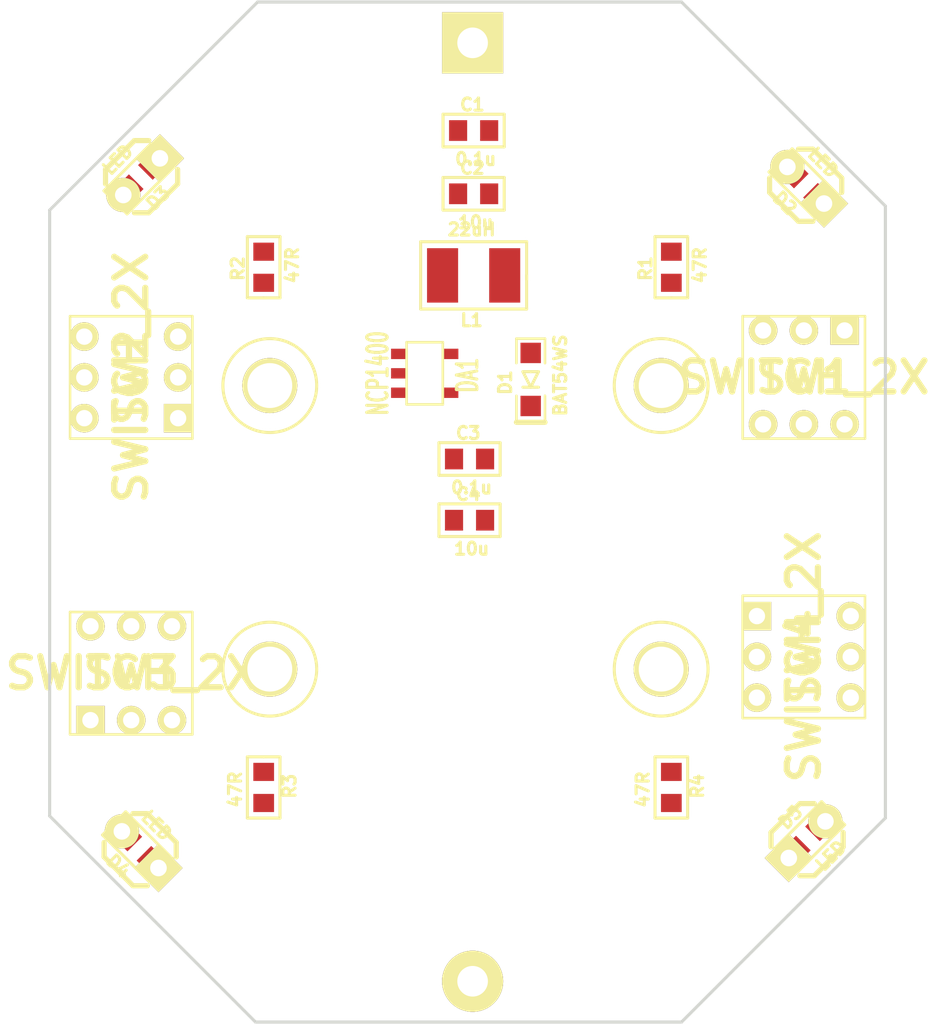
<source format=kicad_pcb>
(kicad_pcb (version 3) (host pcbnew "(2013-03-19 BZR 4004)-stable")

  (general
    (links 49)
    (no_connects 41)
    (area 129.924999 98.924999 180.085001 149.065001)
    (thickness 1.6)
    (drawings 13)
    (tracks 0)
    (zones 0)
    (modules 29)
    (nets 14)
  )

  (page A3)
  (layers
    (15 F.Cu signal)
    (0 B.Cu signal)
    (16 B.Adhes user)
    (17 F.Adhes user)
    (18 B.Paste user)
    (19 F.Paste user)
    (20 B.SilkS user)
    (21 F.SilkS user)
    (22 B.Mask user)
    (23 F.Mask user)
    (24 Dwgs.User user)
    (25 Cmts.User user)
    (26 Eco1.User user)
    (27 Eco2.User user)
    (28 Edge.Cuts user)
  )

  (setup
    (last_trace_width 0.254)
    (trace_clearance 0.254)
    (zone_clearance 0.508)
    (zone_45_only no)
    (trace_min 0.254)
    (segment_width 0.15)
    (edge_width 0.15)
    (via_size 0.889)
    (via_drill 0.635)
    (via_min_size 0.889)
    (via_min_drill 0.508)
    (uvia_size 0.508)
    (uvia_drill 0.127)
    (uvias_allowed no)
    (uvia_min_size 0.508)
    (uvia_min_drill 0.127)
    (pcb_text_width 0.3)
    (pcb_text_size 1 1)
    (mod_edge_width 0.15)
    (mod_text_size 1 1)
    (mod_text_width 0.15)
    (pad_size 1 1)
    (pad_drill 0.6)
    (pad_to_mask_clearance 0)
    (aux_axis_origin 0 0)
    (visible_elements 7FFFFBFF)
    (pcbplotparams
      (layerselection 3178497)
      (usegerberextensions true)
      (excludeedgelayer true)
      (linewidth 152400)
      (plotframeref false)
      (viasonmask false)
      (mode 1)
      (useauxorigin false)
      (hpglpennumber 1)
      (hpglpenspeed 20)
      (hpglpendiameter 15)
      (hpglpenoverlay 2)
      (psnegative false)
      (psa4output false)
      (plotreference true)
      (plotvalue true)
      (plotothertext true)
      (plotinvisibletext false)
      (padsonsilk false)
      (subtractmaskfromsilk false)
      (outputformat 1)
      (mirror false)
      (drillshape 1)
      (scaleselection 1)
      (outputdirectory ""))
  )

  (net 0 "")
  (net 1 +3.3V)
  (net 2 +BATT)
  (net 3 /Lout)
  (net 4 /PWR_IN)
  (net 5 GND)
  (net 6 N-000001)
  (net 7 N-0000010)
  (net 8 N-0000011)
  (net 9 N-0000012)
  (net 10 N-0000016)
  (net 11 N-0000017)
  (net 12 N-0000018)
  (net 13 N-000002)

  (net_class Default "This is the default net class."
    (clearance 0.254)
    (trace_width 0.254)
    (via_dia 0.889)
    (via_drill 0.635)
    (uvia_dia 0.508)
    (uvia_drill 0.127)
    (add_net "")
    (add_net +3.3V)
    (add_net +BATT)
    (add_net /Lout)
    (add_net /PWR_IN)
    (add_net GND)
    (add_net N-000001)
    (add_net N-0000010)
    (add_net N-0000011)
    (add_net N-0000012)
    (add_net N-0000016)
    (add_net N-0000017)
    (add_net N-0000018)
    (add_net N-000002)
  )

  (module SOT23-5 (layer F.Cu) (tedit 4FFB44DF) (tstamp 519C9817)
    (at 152.9 117.2 270)
    (descr SOT23-5)
    (path /5102E878)
    (attr smd)
    (fp_text reference DA1 (at 0.09906 -2.10058 270) (layer F.SilkS)
      (effects (font (size 1.00076 0.59944) (thickness 0.14986)))
    )
    (fp_text value NCP1400 (at 0 2.30124 270) (layer F.SilkS)
      (effects (font (size 1.00076 0.59944) (thickness 0.14986)))
    )
    (fp_line (start 1.524 -0.889) (end 1.524 0.889) (layer F.SilkS) (width 0.127))
    (fp_line (start 1.524 0.889) (end -1.524 0.889) (layer F.SilkS) (width 0.127))
    (fp_line (start -1.524 0.889) (end -1.524 -0.889) (layer F.SilkS) (width 0.127))
    (fp_line (start -1.524 -0.889) (end 1.524 -0.889) (layer F.SilkS) (width 0.127))
    (pad 1 smd rect (at -0.9525 1.27 270) (size 0.508 0.762)
      (layers F.Cu F.Paste F.Mask)
      (net 1 +3.3V)
    )
    (pad 3 smd rect (at 0.9525 1.27 270) (size 0.508 0.762)
      (layers F.Cu F.Paste F.Mask)
    )
    (pad 5 smd rect (at -0.9525 -1.27 270) (size 0.508 0.762)
      (layers F.Cu F.Paste F.Mask)
      (net 3 /Lout)
    )
    (pad 2 smd rect (at 0 1.27 270) (size 0.508 0.762)
      (layers F.Cu F.Paste F.Mask)
      (net 1 +3.3V)
    )
    (pad 4 smd rect (at 0.9525 -1.27 270) (size 0.508 0.762)
      (layers F.Cu F.Paste F.Mask)
      (net 5 GND)
    )
    (model 3d\sot23-5.wrl
      (at (xyz 0 0 0))
      (scale (xyz 1 1 1))
      (rotate (xyz 0 0 0))
    )
  )

  (module SIL1_SQUARE_1MM5 (layer F.Cu) (tedit 4EBAEFF5) (tstamp 519C981C)
    (at 155.25 101)
    (descr "Connecteurs 2 pins")
    (tags "CONN DEV")
    (path /4F2E5201)
    (fp_text reference XL1 (at 0 -1.778) (layer F.SilkS) hide
      (effects (font (size 0.14986 0.14986) (thickness 0.0381)))
    )
    (fp_text value CONN_1 (at 0 2.032) (layer F.SilkS) hide
      (effects (font (size 0.635 0.635) (thickness 0.16002)))
    )
    (pad 1 thru_hole rect (at 0 0) (size 2.99974 2.99974) (drill 1.501139)
      (layers *.Cu *.Mask F.SilkS)
      (net 2 +BATT)
    )
  )

  (module SIL1_ROUND_1MM5 (layer F.Cu) (tedit 4EBAEFCE) (tstamp 519C9821)
    (at 155.25 147)
    (descr "Connecteurs 2 pins")
    (tags "CONN DEV")
    (path /4F2E5204)
    (fp_text reference XL2 (at 0 -1.778) (layer F.SilkS) hide
      (effects (font (size 0.14986 0.14986) (thickness 0.0381)))
    )
    (fp_text value CONN_1 (at 0 2.032) (layer F.SilkS) hide
      (effects (font (size 0.635 0.635) (thickness 0.16002)))
    )
    (pad 1 thru_hole circle (at 0 0) (size 2.99974 2.99974) (drill 1.501139)
      (layers *.Cu *.Mask F.SilkS)
      (net 5 GND)
    )
  )

  (module RES_0603 (layer F.Cu) (tedit 518CEC2B) (tstamp 519C982C)
    (at 145 137.5 270)
    (path /514DFC00)
    (attr smd)
    (fp_text reference R3 (at -0.0635 -1.27 270) (layer F.SilkS)
      (effects (font (size 0.6 0.6) (thickness 0.15)))
    )
    (fp_text value 47R (at 0.09906 1.39954 270) (layer F.SilkS)
      (effects (font (size 0.6 0.6) (thickness 0.15)))
    )
    (fp_line (start -1.5 0) (end -1.5 -0.8) (layer F.SilkS) (width 0.15))
    (fp_line (start -1.5 -0.8) (end 1.5 -0.8) (layer F.SilkS) (width 0.15))
    (fp_line (start 1.5 -0.8) (end 1.5 0.8) (layer F.SilkS) (width 0.15))
    (fp_line (start 1.5 0.8) (end -1.5 0.8) (layer F.SilkS) (width 0.15))
    (fp_line (start -1.5 0.8) (end -1.5 0) (layer F.SilkS) (width 0.15))
    (pad 1 smd rect (at -0.762 0 270) (size 0.889 1.016)
      (layers F.Cu F.Paste F.Mask)
      (net 6 N-000001)
    )
    (pad 2 smd rect (at 0.762 0 270) (size 0.889 1.016)
      (layers F.Cu F.Paste F.Mask)
      (net 12 N-0000018)
    )
    (model 3d\r_0603.wrl
      (at (xyz 0 0 0))
      (scale (xyz 1 1 1))
      (rotate (xyz 0 0 0))
    )
  )

  (module RES_0603 (layer F.Cu) (tedit 518CEC2B) (tstamp 519C9837)
    (at 165 137.5 270)
    (path /514DFC0F)
    (attr smd)
    (fp_text reference R4 (at -0.0635 -1.27 270) (layer F.SilkS)
      (effects (font (size 0.6 0.6) (thickness 0.15)))
    )
    (fp_text value 47R (at 0.09906 1.39954 270) (layer F.SilkS)
      (effects (font (size 0.6 0.6) (thickness 0.15)))
    )
    (fp_line (start -1.5 0) (end -1.5 -0.8) (layer F.SilkS) (width 0.15))
    (fp_line (start -1.5 -0.8) (end 1.5 -0.8) (layer F.SilkS) (width 0.15))
    (fp_line (start 1.5 -0.8) (end 1.5 0.8) (layer F.SilkS) (width 0.15))
    (fp_line (start 1.5 0.8) (end -1.5 0.8) (layer F.SilkS) (width 0.15))
    (fp_line (start -1.5 0.8) (end -1.5 0) (layer F.SilkS) (width 0.15))
    (pad 1 smd rect (at -0.762 0 270) (size 0.889 1.016)
      (layers F.Cu F.Paste F.Mask)
      (net 7 N-0000010)
    )
    (pad 2 smd rect (at 0.762 0 270) (size 0.889 1.016)
      (layers F.Cu F.Paste F.Mask)
      (net 9 N-0000012)
    )
    (model 3d\r_0603.wrl
      (at (xyz 0 0 0))
      (scale (xyz 1 1 1))
      (rotate (xyz 0 0 0))
    )
  )

  (module RES_0603 (layer F.Cu) (tedit 518CEC2B) (tstamp 519C9842)
    (at 145 112 90)
    (path /514DFBF1)
    (attr smd)
    (fp_text reference R2 (at -0.0635 -1.27 90) (layer F.SilkS)
      (effects (font (size 0.6 0.6) (thickness 0.15)))
    )
    (fp_text value 47R (at 0.09906 1.39954 90) (layer F.SilkS)
      (effects (font (size 0.6 0.6) (thickness 0.15)))
    )
    (fp_line (start -1.5 0) (end -1.5 -0.8) (layer F.SilkS) (width 0.15))
    (fp_line (start -1.5 -0.8) (end 1.5 -0.8) (layer F.SilkS) (width 0.15))
    (fp_line (start 1.5 -0.8) (end 1.5 0.8) (layer F.SilkS) (width 0.15))
    (fp_line (start 1.5 0.8) (end -1.5 0.8) (layer F.SilkS) (width 0.15))
    (fp_line (start -1.5 0.8) (end -1.5 0) (layer F.SilkS) (width 0.15))
    (pad 1 smd rect (at -0.762 0 90) (size 0.889 1.016)
      (layers F.Cu F.Paste F.Mask)
      (net 13 N-000002)
    )
    (pad 2 smd rect (at 0.762 0 90) (size 0.889 1.016)
      (layers F.Cu F.Paste F.Mask)
      (net 11 N-0000017)
    )
    (model 3d\r_0603.wrl
      (at (xyz 0 0 0))
      (scale (xyz 1 1 1))
      (rotate (xyz 0 0 0))
    )
  )

  (module RES_0603 (layer F.Cu) (tedit 518CEC2B) (tstamp 519C984D)
    (at 165 112 90)
    (path /514DFB81)
    (attr smd)
    (fp_text reference R1 (at -0.0635 -1.27 90) (layer F.SilkS)
      (effects (font (size 0.6 0.6) (thickness 0.15)))
    )
    (fp_text value 47R (at 0.09906 1.39954 90) (layer F.SilkS)
      (effects (font (size 0.6 0.6) (thickness 0.15)))
    )
    (fp_line (start -1.5 0) (end -1.5 -0.8) (layer F.SilkS) (width 0.15))
    (fp_line (start -1.5 -0.8) (end 1.5 -0.8) (layer F.SilkS) (width 0.15))
    (fp_line (start 1.5 -0.8) (end 1.5 0.8) (layer F.SilkS) (width 0.15))
    (fp_line (start 1.5 0.8) (end -1.5 0.8) (layer F.SilkS) (width 0.15))
    (fp_line (start -1.5 0.8) (end -1.5 0) (layer F.SilkS) (width 0.15))
    (pad 1 smd rect (at -0.762 0 90) (size 0.889 1.016)
      (layers F.Cu F.Paste F.Mask)
      (net 8 N-0000011)
    )
    (pad 2 smd rect (at 0.762 0 90) (size 0.889 1.016)
      (layers F.Cu F.Paste F.Mask)
      (net 10 N-0000016)
    )
    (model 3d\r_0603.wrl
      (at (xyz 0 0 0))
      (scale (xyz 1 1 1))
      (rotate (xyz 0 0 0))
    )
  )

  (module LED0603 (layer F.Cu) (tedit 518CF9EF) (tstamp 519C985E)
    (at 171.6 108 135)
    (path /514DFB45)
    (attr smd)
    (fp_text reference D2 (at 0.127 -1.3335 135) (layer F.SilkS)
      (effects (font (size 0.6 0.6) (thickness 0.15)))
    )
    (fp_text value LED (at 0.2 1.4 135) (layer F.SilkS)
      (effects (font (size 0.6 0.6) (thickness 0.15)))
    )
    (fp_line (start 1.5 -0.8) (end 1.65 -0.8) (layer F.SilkS) (width 0.15))
    (fp_line (start 1.65 -0.8) (end 1.65 0.8) (layer F.SilkS) (width 0.15))
    (fp_line (start 1.65 0.8) (end 1.5 0.8) (layer F.SilkS) (width 0.15))
    (fp_line (start 1.5 0.8) (end 1.75 0.8) (layer F.SilkS) (width 0.15))
    (fp_line (start 1.75 0.8) (end 1.75 -0.8) (layer F.SilkS) (width 0.15))
    (fp_line (start 1.75 -0.8) (end 1.65 -0.8) (layer F.SilkS) (width 0.15))
    (fp_line (start -1.5 0) (end -1.5 -0.8) (layer F.SilkS) (width 0.15))
    (fp_line (start -1.5 -0.8) (end 1.5 -0.8) (layer F.SilkS) (width 0.15))
    (fp_line (start 1.5 -0.8) (end 1.5 0.8) (layer F.SilkS) (width 0.15))
    (fp_line (start 1.5 0.8) (end -1.5 0.8) (layer F.SilkS) (width 0.15))
    (fp_line (start -1.5 0.8) (end -1.5 -0.1) (layer F.SilkS) (width 0.15))
    (pad A smd rect (at -0.762 0 135) (size 0.889 1.016)
      (layers F.Cu F.Paste F.Mask)
      (net 10 N-0000016)
    )
    (pad C smd rect (at 0.762 0 135) (size 0.889 1.016)
      (layers F.Cu F.Paste F.Mask)
      (net 5 GND)
    )
    (model smd/chip_cms.wrl
      (at (xyz 0 0 0))
      (scale (xyz 0.1 0.1 0.1))
      (rotate (xyz 0 0 0))
    )
  )

  (module LED0603 (layer F.Cu) (tedit 518CF9EF) (tstamp 519C986F)
    (at 171.7 140 45)
    (path /514DFC3C)
    (attr smd)
    (fp_text reference D5 (at 0.127 -1.3335 45) (layer F.SilkS)
      (effects (font (size 0.6 0.6) (thickness 0.15)))
    )
    (fp_text value LED (at 0.2 1.4 45) (layer F.SilkS)
      (effects (font (size 0.6 0.6) (thickness 0.15)))
    )
    (fp_line (start 1.5 -0.8) (end 1.65 -0.8) (layer F.SilkS) (width 0.15))
    (fp_line (start 1.65 -0.8) (end 1.65 0.8) (layer F.SilkS) (width 0.15))
    (fp_line (start 1.65 0.8) (end 1.5 0.8) (layer F.SilkS) (width 0.15))
    (fp_line (start 1.5 0.8) (end 1.75 0.8) (layer F.SilkS) (width 0.15))
    (fp_line (start 1.75 0.8) (end 1.75 -0.8) (layer F.SilkS) (width 0.15))
    (fp_line (start 1.75 -0.8) (end 1.65 -0.8) (layer F.SilkS) (width 0.15))
    (fp_line (start -1.5 0) (end -1.5 -0.8) (layer F.SilkS) (width 0.15))
    (fp_line (start -1.5 -0.8) (end 1.5 -0.8) (layer F.SilkS) (width 0.15))
    (fp_line (start 1.5 -0.8) (end 1.5 0.8) (layer F.SilkS) (width 0.15))
    (fp_line (start 1.5 0.8) (end -1.5 0.8) (layer F.SilkS) (width 0.15))
    (fp_line (start -1.5 0.8) (end -1.5 -0.1) (layer F.SilkS) (width 0.15))
    (pad A smd rect (at -0.762 0 45) (size 0.889 1.016)
      (layers F.Cu F.Paste F.Mask)
      (net 9 N-0000012)
    )
    (pad C smd rect (at 0.762 0 45) (size 0.889 1.016)
      (layers F.Cu F.Paste F.Mask)
      (net 5 GND)
    )
    (model smd/chip_cms.wrl
      (at (xyz 0 0 0))
      (scale (xyz 0.1 0.1 0.1))
      (rotate (xyz 0 0 0))
    )
  )

  (module LED0603 (layer F.Cu) (tedit 518CF9EF) (tstamp 519C9880)
    (at 138.9 140.5 135)
    (path /514DFC2D)
    (attr smd)
    (fp_text reference D4 (at 0.127 -1.3335 135) (layer F.SilkS)
      (effects (font (size 0.6 0.6) (thickness 0.15)))
    )
    (fp_text value LED (at 0.2 1.4 135) (layer F.SilkS)
      (effects (font (size 0.6 0.6) (thickness 0.15)))
    )
    (fp_line (start 1.5 -0.8) (end 1.65 -0.8) (layer F.SilkS) (width 0.15))
    (fp_line (start 1.65 -0.8) (end 1.65 0.8) (layer F.SilkS) (width 0.15))
    (fp_line (start 1.65 0.8) (end 1.5 0.8) (layer F.SilkS) (width 0.15))
    (fp_line (start 1.5 0.8) (end 1.75 0.8) (layer F.SilkS) (width 0.15))
    (fp_line (start 1.75 0.8) (end 1.75 -0.8) (layer F.SilkS) (width 0.15))
    (fp_line (start 1.75 -0.8) (end 1.65 -0.8) (layer F.SilkS) (width 0.15))
    (fp_line (start -1.5 0) (end -1.5 -0.8) (layer F.SilkS) (width 0.15))
    (fp_line (start -1.5 -0.8) (end 1.5 -0.8) (layer F.SilkS) (width 0.15))
    (fp_line (start 1.5 -0.8) (end 1.5 0.8) (layer F.SilkS) (width 0.15))
    (fp_line (start 1.5 0.8) (end -1.5 0.8) (layer F.SilkS) (width 0.15))
    (fp_line (start -1.5 0.8) (end -1.5 -0.1) (layer F.SilkS) (width 0.15))
    (pad A smd rect (at -0.762 0 135) (size 0.889 1.016)
      (layers F.Cu F.Paste F.Mask)
      (net 12 N-0000018)
    )
    (pad C smd rect (at 0.762 0 135) (size 0.889 1.016)
      (layers F.Cu F.Paste F.Mask)
      (net 5 GND)
    )
    (model smd/chip_cms.wrl
      (at (xyz 0 0 0))
      (scale (xyz 0.1 0.1 0.1))
      (rotate (xyz 0 0 0))
    )
  )

  (module LED0603 (layer F.Cu) (tedit 518CF9EF) (tstamp 519C9891)
    (at 138.97 107.58 225)
    (path /514DFC1E)
    (attr smd)
    (fp_text reference D3 (at 0.127 -1.3335 225) (layer F.SilkS)
      (effects (font (size 0.6 0.6) (thickness 0.15)))
    )
    (fp_text value LED (at 0.2 1.4 225) (layer F.SilkS)
      (effects (font (size 0.6 0.6) (thickness 0.15)))
    )
    (fp_line (start 1.5 -0.8) (end 1.65 -0.8) (layer F.SilkS) (width 0.15))
    (fp_line (start 1.65 -0.8) (end 1.65 0.8) (layer F.SilkS) (width 0.15))
    (fp_line (start 1.65 0.8) (end 1.5 0.8) (layer F.SilkS) (width 0.15))
    (fp_line (start 1.5 0.8) (end 1.75 0.8) (layer F.SilkS) (width 0.15))
    (fp_line (start 1.75 0.8) (end 1.75 -0.8) (layer F.SilkS) (width 0.15))
    (fp_line (start 1.75 -0.8) (end 1.65 -0.8) (layer F.SilkS) (width 0.15))
    (fp_line (start -1.5 0) (end -1.5 -0.8) (layer F.SilkS) (width 0.15))
    (fp_line (start -1.5 -0.8) (end 1.5 -0.8) (layer F.SilkS) (width 0.15))
    (fp_line (start 1.5 -0.8) (end 1.5 0.8) (layer F.SilkS) (width 0.15))
    (fp_line (start 1.5 0.8) (end -1.5 0.8) (layer F.SilkS) (width 0.15))
    (fp_line (start -1.5 0.8) (end -1.5 -0.1) (layer F.SilkS) (width 0.15))
    (pad A smd rect (at -0.762 0 225) (size 0.889 1.016)
      (layers F.Cu F.Paste F.Mask)
      (net 11 N-0000017)
    )
    (pad C smd rect (at 0.762 0 225) (size 0.889 1.016)
      (layers F.Cu F.Paste F.Mask)
      (net 5 GND)
    )
    (model smd/chip_cms.wrl
      (at (xyz 0 0 0))
      (scale (xyz 0.1 0.1 0.1))
      (rotate (xyz 0 0 0))
    )
  )

  (module LED-3MM (layer F.Cu) (tedit 4D39897F) (tstamp 519C989D)
    (at 171.66 140.06 45)
    (descr "LED 3mm - Lead pitch 100mil (2,54mm)")
    (tags "LED led 3mm 3MM 100mil 2,54mm")
    (path /514E066B)
    (attr virtual)
    (fp_text reference D9 (at 0 -1.99898 45) (layer F.SilkS) hide
      (effects (font (size 0.127 0.127) (thickness 0.00254)))
    )
    (fp_text value LED (at 0 1.99898 45) (layer F.SilkS) hide
      (effects (font (size 0.127 0.127) (thickness 0.00254)))
    )
    (fp_line (start -1.00076 1.50114) (end 1.00076 1.50114) (layer F.SilkS) (width 0.254))
    (fp_line (start 1.00076 1.50114) (end 1.50114 1.00076) (layer F.SilkS) (width 0.254))
    (fp_line (start -1.50114 1.00076) (end -1.00076 1.50114) (layer F.SilkS) (width 0.254))
    (fp_line (start 1.50114 -1.00076) (end 1.00076 -1.50114) (layer F.SilkS) (width 0.254))
    (fp_line (start 1.00076 -1.50114) (end -1.00076 -1.50114) (layer F.SilkS) (width 0.254))
    (fp_line (start -1.00076 -1.50114) (end -1.50114 -1.00076) (layer F.SilkS) (width 0.254))
    (pad A thru_hole rect (at -1.27 0 45) (size 1.6764 1.6764) (drill 0.812799)
      (layers *.Cu *.Mask F.SilkS)
      (net 9 N-0000012)
    )
    (pad C thru_hole circle (at 1.27 0 45) (size 1.6764 1.6764) (drill 0.812799)
      (layers *.Cu *.Mask F.SilkS)
      (net 5 GND)
    )
    (model 3d\Indicatros&Leds\led_3mm_clear.wrl
      (at (xyz 0 0 0))
      (scale (xyz 1 1 1))
      (rotate (xyz 0 0 0))
    )
  )

  (module LED-3MM (layer F.Cu) (tedit 4D39897F) (tstamp 519C98A9)
    (at 138.94 140.55 135)
    (descr "LED 3mm - Lead pitch 100mil (2,54mm)")
    (tags "LED led 3mm 3MM 100mil 2,54mm")
    (path /514E05CD)
    (attr virtual)
    (fp_text reference D8 (at 0 -1.99898 135) (layer F.SilkS) hide
      (effects (font (size 0.127 0.127) (thickness 0.00254)))
    )
    (fp_text value LED (at 0 1.99898 135) (layer F.SilkS) hide
      (effects (font (size 0.127 0.127) (thickness 0.00254)))
    )
    (fp_line (start -1.00076 1.50114) (end 1.00076 1.50114) (layer F.SilkS) (width 0.254))
    (fp_line (start 1.00076 1.50114) (end 1.50114 1.00076) (layer F.SilkS) (width 0.254))
    (fp_line (start -1.50114 1.00076) (end -1.00076 1.50114) (layer F.SilkS) (width 0.254))
    (fp_line (start 1.50114 -1.00076) (end 1.00076 -1.50114) (layer F.SilkS) (width 0.254))
    (fp_line (start 1.00076 -1.50114) (end -1.00076 -1.50114) (layer F.SilkS) (width 0.254))
    (fp_line (start -1.00076 -1.50114) (end -1.50114 -1.00076) (layer F.SilkS) (width 0.254))
    (pad A thru_hole rect (at -1.27 0 135) (size 1.6764 1.6764) (drill 0.812799)
      (layers *.Cu *.Mask F.SilkS)
      (net 12 N-0000018)
    )
    (pad C thru_hole circle (at 1.27 0 135) (size 1.6764 1.6764) (drill 0.812799)
      (layers *.Cu *.Mask F.SilkS)
      (net 5 GND)
    )
    (model 3d\Indicatros&Leds\led_3mm_clear.wrl
      (at (xyz 0 0 0))
      (scale (xyz 1 1 1))
      (rotate (xyz 0 0 0))
    )
  )

  (module LED-3MM (layer F.Cu) (tedit 4D39897F) (tstamp 519C98B5)
    (at 139.01 107.56 225)
    (descr "LED 3mm - Lead pitch 100mil (2,54mm)")
    (tags "LED led 3mm 3MM 100mil 2,54mm")
    (path /514E053B)
    (attr virtual)
    (fp_text reference D7 (at 0 -1.99898 225) (layer F.SilkS) hide
      (effects (font (size 0.127 0.127) (thickness 0.00254)))
    )
    (fp_text value LED (at 0 1.99898 225) (layer F.SilkS) hide
      (effects (font (size 0.127 0.127) (thickness 0.00254)))
    )
    (fp_line (start -1.00076 1.50114) (end 1.00076 1.50114) (layer F.SilkS) (width 0.254))
    (fp_line (start 1.00076 1.50114) (end 1.50114 1.00076) (layer F.SilkS) (width 0.254))
    (fp_line (start -1.50114 1.00076) (end -1.00076 1.50114) (layer F.SilkS) (width 0.254))
    (fp_line (start 1.50114 -1.00076) (end 1.00076 -1.50114) (layer F.SilkS) (width 0.254))
    (fp_line (start 1.00076 -1.50114) (end -1.00076 -1.50114) (layer F.SilkS) (width 0.254))
    (fp_line (start -1.00076 -1.50114) (end -1.50114 -1.00076) (layer F.SilkS) (width 0.254))
    (pad A thru_hole rect (at -1.27 0 225) (size 1.6764 1.6764) (drill 0.812799)
      (layers *.Cu *.Mask F.SilkS)
      (net 11 N-0000017)
    )
    (pad C thru_hole circle (at 1.27 0 225) (size 1.6764 1.6764) (drill 0.812799)
      (layers *.Cu *.Mask F.SilkS)
      (net 5 GND)
    )
    (model 3d\Indicatros&Leds\led_3mm_clear.wrl
      (at (xyz 0 0 0))
      (scale (xyz 1 1 1))
      (rotate (xyz 0 0 0))
    )
  )

  (module LED-3MM (layer F.Cu) (tedit 4D39897F) (tstamp 519C98C1)
    (at 171.59 107.98 135)
    (descr "LED 3mm - Lead pitch 100mil (2,54mm)")
    (tags "LED led 3mm 3MM 100mil 2,54mm")
    (path /514E04B5)
    (attr virtual)
    (fp_text reference D6 (at 0 -1.99898 135) (layer F.SilkS) hide
      (effects (font (size 0.127 0.127) (thickness 0.00254)))
    )
    (fp_text value LED (at 0 1.99898 135) (layer F.SilkS) hide
      (effects (font (size 0.127 0.127) (thickness 0.00254)))
    )
    (fp_line (start -1.00076 1.50114) (end 1.00076 1.50114) (layer F.SilkS) (width 0.254))
    (fp_line (start 1.00076 1.50114) (end 1.50114 1.00076) (layer F.SilkS) (width 0.254))
    (fp_line (start -1.50114 1.00076) (end -1.00076 1.50114) (layer F.SilkS) (width 0.254))
    (fp_line (start 1.50114 -1.00076) (end 1.00076 -1.50114) (layer F.SilkS) (width 0.254))
    (fp_line (start 1.00076 -1.50114) (end -1.00076 -1.50114) (layer F.SilkS) (width 0.254))
    (fp_line (start -1.00076 -1.50114) (end -1.50114 -1.00076) (layer F.SilkS) (width 0.254))
    (pad A thru_hole rect (at -1.27 0 135) (size 1.6764 1.6764) (drill 0.812799)
      (layers *.Cu *.Mask F.SilkS)
      (net 10 N-0000016)
    )
    (pad C thru_hole circle (at 1.27 0 135) (size 1.6764 1.6764) (drill 0.812799)
      (layers *.Cu *.Mask F.SilkS)
      (net 5 GND)
    )
    (model 3d\Indicatros&Leds\led_3mm_clear.wrl
      (at (xyz 0 0 0))
      (scale (xyz 1 1 1))
      (rotate (xyz 0 0 0))
    )
  )

  (module IND_1210 (layer F.Cu) (tedit 518CF862) (tstamp 519C98CC)
    (at 155.3 112.4 180)
    (path /5102E873)
    (attr smd)
    (fp_text reference L1 (at 0.1 -2.2 180) (layer F.SilkS)
      (effects (font (size 0.6 0.6) (thickness 0.15)))
    )
    (fp_text value 22uH (at 0.1 2.25 180) (layer F.SilkS)
      (effects (font (size 0.6 0.6) (thickness 0.15)))
    )
    (fp_line (start -2.6 0) (end -2.6 -1.65) (layer F.SilkS) (width 0.15))
    (fp_line (start -2.6 -1.65) (end 2.6 -1.65) (layer F.SilkS) (width 0.15))
    (fp_line (start 2.6 -1.65) (end 2.6 1.65) (layer F.SilkS) (width 0.15))
    (fp_line (start 2.6 1.65) (end -2.6 1.65) (layer F.SilkS) (width 0.15))
    (fp_line (start -2.6 1.65) (end -2.6 -0.2) (layer F.SilkS) (width 0.15))
    (pad 1 smd rect (at -1.524 0 180) (size 1.524 2.667)
      (layers F.Cu F.Paste F.Mask)
      (net 3 /Lout)
    )
    (pad 2 smd rect (at 1.524 0 180) (size 1.524 2.667)
      (layers F.Cu F.Paste F.Mask)
      (net 4 /PWR_IN)
    )
    (model 3d\r_0805.wrl
      (at (xyz 0 0 0))
      (scale (xyz 1 1 1))
      (rotate (xyz 0 0 0))
    )
  )

  (module DIODE_SOD323 (layer F.Cu) (tedit 5047C55B) (tstamp 519C98DF)
    (at 158.1 117.5 90)
    (path /5102E871)
    (attr smd)
    (fp_text reference D1 (at -0.14986 -1.24968 90) (layer F.SilkS)
      (effects (font (size 0.59944 0.59944) (thickness 0.14986)))
    )
    (fp_text value BAT54WS (at 0.20066 1.45034 90) (layer F.SilkS)
      (effects (font (size 0.59944 0.59944) (thickness 0.14986)))
    )
    (fp_line (start -0.381 0.381) (end -0.381 -0.381) (layer F.SilkS) (width 0.14986))
    (fp_line (start 0.381 0) (end 0.381 -0.381) (layer F.SilkS) (width 0.14986))
    (fp_line (start 0.381 -0.381) (end -0.381 0) (layer F.SilkS) (width 0.14986))
    (fp_line (start -0.381 0) (end 0.381 0.381) (layer F.SilkS) (width 0.14986))
    (fp_line (start 0.381 0.381) (end 0.381 0) (layer F.SilkS) (width 0.14986))
    (fp_line (start -1.99898 -0.70104) (end -2.10058 -0.70104) (layer F.SilkS) (width 0.127))
    (fp_line (start -2.10058 -0.70104) (end -2.10058 0.70104) (layer F.SilkS) (width 0.254))
    (fp_line (start -2.10058 0.70104) (end -1.99898 0.70104) (layer F.SilkS) (width 0.127))
    (fp_line (start -0.8001 -0.70104) (end -1.99898 -0.70104) (layer F.SilkS) (width 0.127))
    (fp_line (start -1.99898 0.70104) (end -0.8001 0.70104) (layer F.SilkS) (width 0.127))
    (fp_line (start 0.8001 -0.70104) (end 1.99898 -0.70104) (layer F.SilkS) (width 0.127))
    (fp_line (start 1.99898 -0.70104) (end 1.99898 0.70104) (layer F.SilkS) (width 0.127))
    (fp_line (start 1.99898 0.70104) (end 0.8001 0.70104) (layer F.SilkS) (width 0.127))
    (pad C smd rect (at -1.30048 0 90) (size 1.00076 1.00076)
      (layers F.Cu F.Paste F.Mask)
      (net 1 +3.3V)
    )
    (pad A smd rect (at 1.30048 0 90) (size 1.00076 1.00076)
      (layers F.Cu F.Paste F.Mask)
      (net 3 /Lout)
    )
    (model smd/chip_cms.wrl
      (at (xyz 0 0 0))
      (scale (xyz 0.17 0.16 0.16))
      (rotate (xyz 0 0 0))
    )
  )

  (module CAP_0603 (layer F.Cu) (tedit 518CEBE1) (tstamp 519C98EA)
    (at 155.3 105.3)
    (path /5102E877)
    (attr smd)
    (fp_text reference C1 (at -0.0635 -1.27) (layer F.SilkS)
      (effects (font (size 0.6 0.6) (thickness 0.15)))
    )
    (fp_text value 0.1u (at 0.09906 1.39954) (layer F.SilkS)
      (effects (font (size 0.6 0.6) (thickness 0.15)))
    )
    (fp_line (start -1.5 0) (end -1.5 -0.8) (layer F.SilkS) (width 0.15))
    (fp_line (start -1.5 -0.8) (end 1.5 -0.8) (layer F.SilkS) (width 0.15))
    (fp_line (start 1.5 -0.8) (end 1.5 0.8) (layer F.SilkS) (width 0.15))
    (fp_line (start 1.5 0.8) (end -1.5 0.8) (layer F.SilkS) (width 0.15))
    (fp_line (start -1.5 0.8) (end -1.5 0) (layer F.SilkS) (width 0.15))
    (pad 1 smd rect (at -0.762 0) (size 0.889 1.016)
      (layers F.Cu F.Paste F.Mask)
      (net 4 /PWR_IN)
    )
    (pad 2 smd rect (at 0.762 0) (size 0.889 1.016)
      (layers F.Cu F.Paste F.Mask)
      (net 5 GND)
    )
    (model 3d\c_0603.wrl
      (at (xyz 0 0 0))
      (scale (xyz 1 1 1))
      (rotate (xyz 0 0 0))
    )
  )

  (module CAP_0603 (layer F.Cu) (tedit 518CEBE1) (tstamp 519C98F5)
    (at 155.3 108.4)
    (path /5102E876)
    (attr smd)
    (fp_text reference C2 (at -0.0635 -1.27) (layer F.SilkS)
      (effects (font (size 0.6 0.6) (thickness 0.15)))
    )
    (fp_text value 10u (at 0.09906 1.39954) (layer F.SilkS)
      (effects (font (size 0.6 0.6) (thickness 0.15)))
    )
    (fp_line (start -1.5 0) (end -1.5 -0.8) (layer F.SilkS) (width 0.15))
    (fp_line (start -1.5 -0.8) (end 1.5 -0.8) (layer F.SilkS) (width 0.15))
    (fp_line (start 1.5 -0.8) (end 1.5 0.8) (layer F.SilkS) (width 0.15))
    (fp_line (start 1.5 0.8) (end -1.5 0.8) (layer F.SilkS) (width 0.15))
    (fp_line (start -1.5 0.8) (end -1.5 0) (layer F.SilkS) (width 0.15))
    (pad 1 smd rect (at -0.762 0) (size 0.889 1.016)
      (layers F.Cu F.Paste F.Mask)
      (net 4 /PWR_IN)
    )
    (pad 2 smd rect (at 0.762 0) (size 0.889 1.016)
      (layers F.Cu F.Paste F.Mask)
      (net 5 GND)
    )
    (model 3d\c_0603.wrl
      (at (xyz 0 0 0))
      (scale (xyz 1 1 1))
      (rotate (xyz 0 0 0))
    )
  )

  (module CAP_0603 (layer F.Cu) (tedit 518CEBE1) (tstamp 519C9900)
    (at 155.1 124.4)
    (path /5102E86E)
    (attr smd)
    (fp_text reference C4 (at -0.0635 -1.27) (layer F.SilkS)
      (effects (font (size 0.6 0.6) (thickness 0.15)))
    )
    (fp_text value 10u (at 0.09906 1.39954) (layer F.SilkS)
      (effects (font (size 0.6 0.6) (thickness 0.15)))
    )
    (fp_line (start -1.5 0) (end -1.5 -0.8) (layer F.SilkS) (width 0.15))
    (fp_line (start -1.5 -0.8) (end 1.5 -0.8) (layer F.SilkS) (width 0.15))
    (fp_line (start 1.5 -0.8) (end 1.5 0.8) (layer F.SilkS) (width 0.15))
    (fp_line (start 1.5 0.8) (end -1.5 0.8) (layer F.SilkS) (width 0.15))
    (fp_line (start -1.5 0.8) (end -1.5 0) (layer F.SilkS) (width 0.15))
    (pad 1 smd rect (at -0.762 0) (size 0.889 1.016)
      (layers F.Cu F.Paste F.Mask)
      (net 1 +3.3V)
    )
    (pad 2 smd rect (at 0.762 0) (size 0.889 1.016)
      (layers F.Cu F.Paste F.Mask)
      (net 5 GND)
    )
    (model 3d\c_0603.wrl
      (at (xyz 0 0 0))
      (scale (xyz 1 1 1))
      (rotate (xyz 0 0 0))
    )
  )

  (module CAP_0603 (layer F.Cu) (tedit 518CEBE1) (tstamp 519C990B)
    (at 155.1 121.4)
    (path /5102E86D)
    (attr smd)
    (fp_text reference C3 (at -0.0635 -1.27) (layer F.SilkS)
      (effects (font (size 0.6 0.6) (thickness 0.15)))
    )
    (fp_text value 0.1u (at 0.09906 1.39954) (layer F.SilkS)
      (effects (font (size 0.6 0.6) (thickness 0.15)))
    )
    (fp_line (start -1.5 0) (end -1.5 -0.8) (layer F.SilkS) (width 0.15))
    (fp_line (start -1.5 -0.8) (end 1.5 -0.8) (layer F.SilkS) (width 0.15))
    (fp_line (start 1.5 -0.8) (end 1.5 0.8) (layer F.SilkS) (width 0.15))
    (fp_line (start 1.5 0.8) (end -1.5 0.8) (layer F.SilkS) (width 0.15))
    (fp_line (start -1.5 0.8) (end -1.5 0) (layer F.SilkS) (width 0.15))
    (pad 1 smd rect (at -0.762 0) (size 0.889 1.016)
      (layers F.Cu F.Paste F.Mask)
      (net 1 +3.3V)
    )
    (pad 2 smd rect (at 0.762 0) (size 0.889 1.016)
      (layers F.Cu F.Paste F.Mask)
      (net 5 GND)
    )
    (model 3d\c_0603.wrl
      (at (xyz 0 0 0))
      (scale (xyz 1 1 1))
      (rotate (xyz 0 0 0))
    )
  )

  (module BUTTON_PSM6 (layer F.Cu) (tedit 4ACD025D) (tstamp 519C9919)
    (at 138.5 117.4 90)
    (descr "Switch hole-mounted, pitch 2.0 mm, 6x6")
    (path /514DFE73)
    (fp_text reference SW2 (at 0 0 90) (layer F.SilkS)
      (effects (font (size 1.524 1.524) (thickness 0.3048)))
    )
    (fp_text value SWITCH_2X (at 0 0 90) (layer F.SilkS)
      (effects (font (size 1.524 1.524) (thickness 0.3048)))
    )
    (fp_line (start 2.99974 -2.99974) (end 2.99974 2.99974) (layer F.SilkS) (width 0.127))
    (fp_line (start 2.99974 2.99974) (end -2.99974 2.99974) (layer F.SilkS) (width 0.127))
    (fp_line (start -2.99974 2.99974) (end -2.99974 -2.99974) (layer F.SilkS) (width 0.127))
    (fp_line (start -2.99974 -2.99974) (end 2.99974 -2.99974) (layer F.SilkS) (width 0.127))
    (pad 1 thru_hole rect (at -1.99898 2.30124 90) (size 1.39954 1.39954) (drill 0.8001)
      (layers *.Cu *.Mask F.SilkS)
    )
    (pad 2 thru_hole circle (at 0 2.30124 90) (size 1.39954 1.39954) (drill 0.8001)
      (layers *.Cu *.Mask F.SilkS)
      (net 1 +3.3V)
    )
    (pad 3 thru_hole circle (at 1.99898 2.30124 90) (size 1.39954 1.39954) (drill 0.8001)
      (layers *.Cu *.Mask F.SilkS)
      (net 13 N-000002)
    )
    (pad 4 thru_hole circle (at 1.99898 -2.30124 90) (size 1.39954 1.39954) (drill 0.8001)
      (layers *.Cu *.Mask F.SilkS)
    )
    (pad 5 thru_hole circle (at 0 -2.30124 90) (size 1.39954 1.39954) (drill 0.8001)
      (layers *.Cu *.Mask F.SilkS)
      (net 2 +BATT)
    )
    (pad 6 thru_hole circle (at -1.99898 -2.30124 90) (size 1.39954 1.39954) (drill 0.8001)
      (layers *.Cu *.Mask F.SilkS)
      (net 4 /PWR_IN)
    )
  )

  (module BUTTON_PSM6 (layer F.Cu) (tedit 4ACD025D) (tstamp 519C9927)
    (at 171.5 131.1 270)
    (descr "Switch hole-mounted, pitch 2.0 mm, 6x6")
    (path /514DFE82)
    (fp_text reference SW4 (at 0 0 270) (layer F.SilkS)
      (effects (font (size 1.524 1.524) (thickness 0.3048)))
    )
    (fp_text value SWITCH_2X (at 0 0 270) (layer F.SilkS)
      (effects (font (size 1.524 1.524) (thickness 0.3048)))
    )
    (fp_line (start 2.99974 -2.99974) (end 2.99974 2.99974) (layer F.SilkS) (width 0.127))
    (fp_line (start 2.99974 2.99974) (end -2.99974 2.99974) (layer F.SilkS) (width 0.127))
    (fp_line (start -2.99974 2.99974) (end -2.99974 -2.99974) (layer F.SilkS) (width 0.127))
    (fp_line (start -2.99974 -2.99974) (end 2.99974 -2.99974) (layer F.SilkS) (width 0.127))
    (pad 1 thru_hole rect (at -1.99898 2.30124 270) (size 1.39954 1.39954) (drill 0.8001)
      (layers *.Cu *.Mask F.SilkS)
    )
    (pad 2 thru_hole circle (at 0 2.30124 270) (size 1.39954 1.39954) (drill 0.8001)
      (layers *.Cu *.Mask F.SilkS)
      (net 1 +3.3V)
    )
    (pad 3 thru_hole circle (at 1.99898 2.30124 270) (size 1.39954 1.39954) (drill 0.8001)
      (layers *.Cu *.Mask F.SilkS)
      (net 7 N-0000010)
    )
    (pad 4 thru_hole circle (at 1.99898 -2.30124 270) (size 1.39954 1.39954) (drill 0.8001)
      (layers *.Cu *.Mask F.SilkS)
    )
    (pad 5 thru_hole circle (at 0 -2.30124 270) (size 1.39954 1.39954) (drill 0.8001)
      (layers *.Cu *.Mask F.SilkS)
      (net 2 +BATT)
    )
    (pad 6 thru_hole circle (at -1.99898 -2.30124 270) (size 1.39954 1.39954) (drill 0.8001)
      (layers *.Cu *.Mask F.SilkS)
      (net 4 /PWR_IN)
    )
  )

  (module BUTTON_PSM6 (layer F.Cu) (tedit 4ACD025D) (tstamp 519C9935)
    (at 171.5 117.4 180)
    (descr "Switch hole-mounted, pitch 2.0 mm, 6x6")
    (path /514DFE91)
    (fp_text reference SW1 (at 0 0 180) (layer F.SilkS)
      (effects (font (size 1.524 1.524) (thickness 0.3048)))
    )
    (fp_text value SWITCH_2X (at 0 0 180) (layer F.SilkS)
      (effects (font (size 1.524 1.524) (thickness 0.3048)))
    )
    (fp_line (start 2.99974 -2.99974) (end 2.99974 2.99974) (layer F.SilkS) (width 0.127))
    (fp_line (start 2.99974 2.99974) (end -2.99974 2.99974) (layer F.SilkS) (width 0.127))
    (fp_line (start -2.99974 2.99974) (end -2.99974 -2.99974) (layer F.SilkS) (width 0.127))
    (fp_line (start -2.99974 -2.99974) (end 2.99974 -2.99974) (layer F.SilkS) (width 0.127))
    (pad 1 thru_hole rect (at -1.99898 2.30124 180) (size 1.39954 1.39954) (drill 0.8001)
      (layers *.Cu *.Mask F.SilkS)
    )
    (pad 2 thru_hole circle (at 0 2.30124 180) (size 1.39954 1.39954) (drill 0.8001)
      (layers *.Cu *.Mask F.SilkS)
      (net 1 +3.3V)
    )
    (pad 3 thru_hole circle (at 1.99898 2.30124 180) (size 1.39954 1.39954) (drill 0.8001)
      (layers *.Cu *.Mask F.SilkS)
      (net 8 N-0000011)
    )
    (pad 4 thru_hole circle (at 1.99898 -2.30124 180) (size 1.39954 1.39954) (drill 0.8001)
      (layers *.Cu *.Mask F.SilkS)
    )
    (pad 5 thru_hole circle (at 0 -2.30124 180) (size 1.39954 1.39954) (drill 0.8001)
      (layers *.Cu *.Mask F.SilkS)
      (net 2 +BATT)
    )
    (pad 6 thru_hole circle (at -1.99898 -2.30124 180) (size 1.39954 1.39954) (drill 0.8001)
      (layers *.Cu *.Mask F.SilkS)
      (net 4 /PWR_IN)
    )
  )

  (module BUTTON_PSM6 (layer F.Cu) (tedit 4ACD025D) (tstamp 519C9943)
    (at 138.5 131.9)
    (descr "Switch hole-mounted, pitch 2.0 mm, 6x6")
    (path /514DFEA0)
    (fp_text reference SW3 (at 0 0) (layer F.SilkS)
      (effects (font (size 1.524 1.524) (thickness 0.3048)))
    )
    (fp_text value SWITCH_2X (at 0 0) (layer F.SilkS)
      (effects (font (size 1.524 1.524) (thickness 0.3048)))
    )
    (fp_line (start 2.99974 -2.99974) (end 2.99974 2.99974) (layer F.SilkS) (width 0.127))
    (fp_line (start 2.99974 2.99974) (end -2.99974 2.99974) (layer F.SilkS) (width 0.127))
    (fp_line (start -2.99974 2.99974) (end -2.99974 -2.99974) (layer F.SilkS) (width 0.127))
    (fp_line (start -2.99974 -2.99974) (end 2.99974 -2.99974) (layer F.SilkS) (width 0.127))
    (pad 1 thru_hole rect (at -1.99898 2.30124) (size 1.39954 1.39954) (drill 0.8001)
      (layers *.Cu *.Mask F.SilkS)
    )
    (pad 2 thru_hole circle (at 0 2.30124) (size 1.39954 1.39954) (drill 0.8001)
      (layers *.Cu *.Mask F.SilkS)
      (net 1 +3.3V)
    )
    (pad 3 thru_hole circle (at 1.99898 2.30124) (size 1.39954 1.39954) (drill 0.8001)
      (layers *.Cu *.Mask F.SilkS)
      (net 6 N-000001)
    )
    (pad 4 thru_hole circle (at 1.99898 -2.30124) (size 1.39954 1.39954) (drill 0.8001)
      (layers *.Cu *.Mask F.SilkS)
    )
    (pad 5 thru_hole circle (at 0 -2.30124) (size 1.39954 1.39954) (drill 0.8001)
      (layers *.Cu *.Mask F.SilkS)
      (net 2 +BATT)
    )
    (pad 6 thru_hole circle (at -1.99898 -2.30124) (size 1.39954 1.39954) (drill 0.8001)
      (layers *.Cu *.Mask F.SilkS)
      (net 4 /PWR_IN)
    )
  )

  (module Hole2_2mm (layer F.Cu) (tedit 50D37213) (tstamp 519F7600)
    (at 145.3 117.8)
    (path /519F79F5)
    (fp_text reference HOLE4 (at 0 0.39878) (layer F.SilkS) hide
      (effects (font (size 0.59944 0.59944) (thickness 0.14986)))
    )
    (fp_text value HOLE_METALLED (at 0.09906 -0.50038) (layer F.SilkS) hide
      (effects (font (size 0.59944 0.59944) (thickness 0.14986)))
    )
    (fp_circle (center 0 0) (end 2.30124 0) (layer F.SilkS) (width 0.14986))
    (pad Hle thru_hole circle (at 0 0) (size 2.70002 2.70002) (drill 2.19964)
      (layers *.Cu *.Mask F.SilkS)
      (net 5 GND)
    )
  )

  (module Hole2_2mm (layer F.Cu) (tedit 50D37213) (tstamp 519F7606)
    (at 164.5 117.8)
    (path /519F79FB)
    (fp_text reference HOLE3 (at 0 0.39878) (layer F.SilkS) hide
      (effects (font (size 0.59944 0.59944) (thickness 0.14986)))
    )
    (fp_text value HOLE_METALLED (at 0.09906 -0.50038) (layer F.SilkS) hide
      (effects (font (size 0.59944 0.59944) (thickness 0.14986)))
    )
    (fp_circle (center 0 0) (end 2.30124 0) (layer F.SilkS) (width 0.14986))
    (pad Hle thru_hole circle (at 0 0) (size 2.70002 2.70002) (drill 2.19964)
      (layers *.Cu *.Mask F.SilkS)
      (net 5 GND)
    )
  )

  (module Hole2_2mm (layer F.Cu) (tedit 50D37213) (tstamp 519F7A3F)
    (at 145.3 131.7)
    (path /519F7A03)
    (fp_text reference HOLE2 (at 0 0.39878) (layer F.SilkS) hide
      (effects (font (size 0.59944 0.59944) (thickness 0.14986)))
    )
    (fp_text value HOLE_METALLED (at 0.09906 -0.50038) (layer F.SilkS) hide
      (effects (font (size 0.59944 0.59944) (thickness 0.14986)))
    )
    (fp_circle (center 0 0) (end 2.30124 0) (layer F.SilkS) (width 0.14986))
    (pad Hle thru_hole circle (at 0 0) (size 2.70002 2.70002) (drill 2.19964)
      (layers *.Cu *.Mask F.SilkS)
      (net 5 GND)
    )
  )

  (module Hole2_2mm (layer F.Cu) (tedit 50D37213) (tstamp 519F7612)
    (at 164.5 131.7)
    (path /519F7A12)
    (fp_text reference HOLE1 (at 0 0.39878) (layer F.SilkS) hide
      (effects (font (size 0.59944 0.59944) (thickness 0.14986)))
    )
    (fp_text value HOLE_METALLED (at 0.09906 -0.50038) (layer F.SilkS) hide
      (effects (font (size 0.59944 0.59944) (thickness 0.14986)))
    )
    (fp_circle (center 0 0) (end 2.30124 0) (layer F.SilkS) (width 0.14986))
    (pad Hle thru_hole circle (at 0 0) (size 2.70002 2.70002) (drill 2.19964)
      (layers *.Cu *.Mask F.SilkS)
      (net 5 GND)
    )
  )

  (gr_line (start 134.5 109.2) (end 144.7 99) (angle 90) (layer Edge.Cuts) (width 0.15))
  (gr_line (start 134.5 138.9) (end 134.5 109.2) (angle 90) (layer Edge.Cuts) (width 0.15))
  (gr_line (start 144.6 149) (end 134.5 138.9) (angle 90) (layer Edge.Cuts) (width 0.15))
  (gr_line (start 165.5 149) (end 144.6 149) (angle 90) (layer Edge.Cuts) (width 0.15))
  (gr_line (start 175.5 139) (end 165.5 149) (angle 90) (layer Edge.Cuts) (width 0.15))
  (gr_line (start 175.5 109) (end 175.5 139) (angle 90) (layer Edge.Cuts) (width 0.15))
  (gr_line (start 165.5 99) (end 175.5 109) (angle 90) (layer Edge.Cuts) (width 0.15))
  (gr_line (start 144.7 99) (end 165.5 99) (angle 90) (layer Edge.Cuts) (width 0.15))
  (gr_line (start 149 99) (end 149 114) (angle 90) (layer Dwgs.User) (width 0.2))
  (gr_line (start 161 99) (end 149 99) (angle 90) (layer Dwgs.User) (width 0.2))
  (gr_line (start 161 149) (end 161 99) (angle 90) (layer Dwgs.User) (width 0.2))
  (gr_line (start 149 149) (end 161 149) (angle 90) (layer Dwgs.User) (width 0.2))
  (gr_line (start 149 113.75) (end 149 149) (angle 90) (layer Dwgs.User) (width 0.2))

)

</source>
